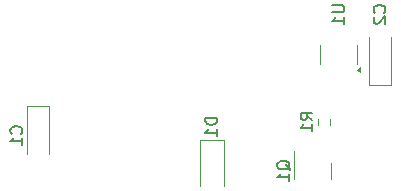
<source format=gbr>
%TF.GenerationSoftware,KiCad,Pcbnew,9.0.1*%
%TF.CreationDate,2025-04-26T14:19:40+02:00*%
%TF.ProjectId,pwr_sply,7077725f-7370-46c7-992e-6b696361645f,rev?*%
%TF.SameCoordinates,Original*%
%TF.FileFunction,Legend,Bot*%
%TF.FilePolarity,Positive*%
%FSLAX46Y46*%
G04 Gerber Fmt 4.6, Leading zero omitted, Abs format (unit mm)*
G04 Created by KiCad (PCBNEW 9.0.1) date 2025-04-26 14:19:40*
%MOMM*%
%LPD*%
G01*
G04 APERTURE LIST*
%ADD10C,0.150000*%
%ADD11C,0.120000*%
G04 APERTURE END LIST*
D10*
X89704819Y-99761905D02*
X88704819Y-99761905D01*
X88704819Y-99761905D02*
X88704819Y-100000000D01*
X88704819Y-100000000D02*
X88752438Y-100142857D01*
X88752438Y-100142857D02*
X88847676Y-100238095D01*
X88847676Y-100238095D02*
X88942914Y-100285714D01*
X88942914Y-100285714D02*
X89133390Y-100333333D01*
X89133390Y-100333333D02*
X89276247Y-100333333D01*
X89276247Y-100333333D02*
X89466723Y-100285714D01*
X89466723Y-100285714D02*
X89561961Y-100238095D01*
X89561961Y-100238095D02*
X89657200Y-100142857D01*
X89657200Y-100142857D02*
X89704819Y-100000000D01*
X89704819Y-100000000D02*
X89704819Y-99761905D01*
X89704819Y-101285714D02*
X89704819Y-100714286D01*
X89704819Y-101000000D02*
X88704819Y-101000000D01*
X88704819Y-101000000D02*
X88847676Y-100904762D01*
X88847676Y-100904762D02*
X88942914Y-100809524D01*
X88942914Y-100809524D02*
X88990533Y-100714286D01*
X103859580Y-90833333D02*
X103907200Y-90785714D01*
X103907200Y-90785714D02*
X103954819Y-90642857D01*
X103954819Y-90642857D02*
X103954819Y-90547619D01*
X103954819Y-90547619D02*
X103907200Y-90404762D01*
X103907200Y-90404762D02*
X103811961Y-90309524D01*
X103811961Y-90309524D02*
X103716723Y-90261905D01*
X103716723Y-90261905D02*
X103526247Y-90214286D01*
X103526247Y-90214286D02*
X103383390Y-90214286D01*
X103383390Y-90214286D02*
X103192914Y-90261905D01*
X103192914Y-90261905D02*
X103097676Y-90309524D01*
X103097676Y-90309524D02*
X103002438Y-90404762D01*
X103002438Y-90404762D02*
X102954819Y-90547619D01*
X102954819Y-90547619D02*
X102954819Y-90642857D01*
X102954819Y-90642857D02*
X103002438Y-90785714D01*
X103002438Y-90785714D02*
X103050057Y-90833333D01*
X103050057Y-91214286D02*
X103002438Y-91261905D01*
X103002438Y-91261905D02*
X102954819Y-91357143D01*
X102954819Y-91357143D02*
X102954819Y-91595238D01*
X102954819Y-91595238D02*
X103002438Y-91690476D01*
X103002438Y-91690476D02*
X103050057Y-91738095D01*
X103050057Y-91738095D02*
X103145295Y-91785714D01*
X103145295Y-91785714D02*
X103240533Y-91785714D01*
X103240533Y-91785714D02*
X103383390Y-91738095D01*
X103383390Y-91738095D02*
X103954819Y-91166667D01*
X103954819Y-91166667D02*
X103954819Y-91785714D01*
X95900057Y-104154761D02*
X95852438Y-104059523D01*
X95852438Y-104059523D02*
X95757200Y-103964285D01*
X95757200Y-103964285D02*
X95614342Y-103821428D01*
X95614342Y-103821428D02*
X95566723Y-103726190D01*
X95566723Y-103726190D02*
X95566723Y-103630952D01*
X95804819Y-103678571D02*
X95757200Y-103583333D01*
X95757200Y-103583333D02*
X95661961Y-103488095D01*
X95661961Y-103488095D02*
X95471485Y-103440476D01*
X95471485Y-103440476D02*
X95138152Y-103440476D01*
X95138152Y-103440476D02*
X94947676Y-103488095D01*
X94947676Y-103488095D02*
X94852438Y-103583333D01*
X94852438Y-103583333D02*
X94804819Y-103678571D01*
X94804819Y-103678571D02*
X94804819Y-103869047D01*
X94804819Y-103869047D02*
X94852438Y-103964285D01*
X94852438Y-103964285D02*
X94947676Y-104059523D01*
X94947676Y-104059523D02*
X95138152Y-104107142D01*
X95138152Y-104107142D02*
X95471485Y-104107142D01*
X95471485Y-104107142D02*
X95661961Y-104059523D01*
X95661961Y-104059523D02*
X95757200Y-103964285D01*
X95757200Y-103964285D02*
X95804819Y-103869047D01*
X95804819Y-103869047D02*
X95804819Y-103678571D01*
X95804819Y-105059523D02*
X95804819Y-104488095D01*
X95804819Y-104773809D02*
X94804819Y-104773809D01*
X94804819Y-104773809D02*
X94947676Y-104678571D01*
X94947676Y-104678571D02*
X95042914Y-104583333D01*
X95042914Y-104583333D02*
X95090533Y-104488095D01*
X97774819Y-99920833D02*
X97298628Y-99587500D01*
X97774819Y-99349405D02*
X96774819Y-99349405D01*
X96774819Y-99349405D02*
X96774819Y-99730357D01*
X96774819Y-99730357D02*
X96822438Y-99825595D01*
X96822438Y-99825595D02*
X96870057Y-99873214D01*
X96870057Y-99873214D02*
X96965295Y-99920833D01*
X96965295Y-99920833D02*
X97108152Y-99920833D01*
X97108152Y-99920833D02*
X97203390Y-99873214D01*
X97203390Y-99873214D02*
X97251009Y-99825595D01*
X97251009Y-99825595D02*
X97298628Y-99730357D01*
X97298628Y-99730357D02*
X97298628Y-99349405D01*
X97774819Y-100873214D02*
X97774819Y-100301786D01*
X97774819Y-100587500D02*
X96774819Y-100587500D01*
X96774819Y-100587500D02*
X96917676Y-100492262D01*
X96917676Y-100492262D02*
X97012914Y-100397024D01*
X97012914Y-100397024D02*
X97060533Y-100301786D01*
X99454819Y-90238095D02*
X100264342Y-90238095D01*
X100264342Y-90238095D02*
X100359580Y-90285714D01*
X100359580Y-90285714D02*
X100407200Y-90333333D01*
X100407200Y-90333333D02*
X100454819Y-90428571D01*
X100454819Y-90428571D02*
X100454819Y-90619047D01*
X100454819Y-90619047D02*
X100407200Y-90714285D01*
X100407200Y-90714285D02*
X100359580Y-90761904D01*
X100359580Y-90761904D02*
X100264342Y-90809523D01*
X100264342Y-90809523D02*
X99454819Y-90809523D01*
X100454819Y-91809523D02*
X100454819Y-91238095D01*
X100454819Y-91523809D02*
X99454819Y-91523809D01*
X99454819Y-91523809D02*
X99597676Y-91428571D01*
X99597676Y-91428571D02*
X99692914Y-91333333D01*
X99692914Y-91333333D02*
X99740533Y-91238095D01*
X73109580Y-101083333D02*
X73157200Y-101035714D01*
X73157200Y-101035714D02*
X73204819Y-100892857D01*
X73204819Y-100892857D02*
X73204819Y-100797619D01*
X73204819Y-100797619D02*
X73157200Y-100654762D01*
X73157200Y-100654762D02*
X73061961Y-100559524D01*
X73061961Y-100559524D02*
X72966723Y-100511905D01*
X72966723Y-100511905D02*
X72776247Y-100464286D01*
X72776247Y-100464286D02*
X72633390Y-100464286D01*
X72633390Y-100464286D02*
X72442914Y-100511905D01*
X72442914Y-100511905D02*
X72347676Y-100559524D01*
X72347676Y-100559524D02*
X72252438Y-100654762D01*
X72252438Y-100654762D02*
X72204819Y-100797619D01*
X72204819Y-100797619D02*
X72204819Y-100892857D01*
X72204819Y-100892857D02*
X72252438Y-101035714D01*
X72252438Y-101035714D02*
X72300057Y-101083333D01*
X73204819Y-102035714D02*
X73204819Y-101464286D01*
X73204819Y-101750000D02*
X72204819Y-101750000D01*
X72204819Y-101750000D02*
X72347676Y-101654762D01*
X72347676Y-101654762D02*
X72442914Y-101559524D01*
X72442914Y-101559524D02*
X72490533Y-101464286D01*
D11*
%TO.C,D1*%
X88250000Y-101600000D02*
X88250000Y-105500000D01*
X88250000Y-101600000D02*
X90250000Y-101600000D01*
X90250000Y-101600000D02*
X90250000Y-105500000D01*
%TO.C,C2*%
X102565000Y-92900000D02*
X102565000Y-96985000D01*
X102565000Y-96985000D02*
X104435000Y-96985000D01*
X104435000Y-96985000D02*
X104435000Y-92900000D01*
%TO.C,Q1*%
X96190000Y-104250000D02*
X96190000Y-102575000D01*
X96190000Y-104250000D02*
X96190000Y-104900000D01*
X99310000Y-104250000D02*
X99310000Y-103600000D01*
X99310000Y-104250000D02*
X99310000Y-104900000D01*
%TO.C,R1*%
X98227500Y-99832776D02*
X98227500Y-100342224D01*
X99272500Y-99832776D02*
X99272500Y-100342224D01*
%TO.C,U1*%
X98440000Y-93562500D02*
X98440000Y-94362500D01*
X98440000Y-95162500D02*
X98440000Y-94362500D01*
X101560000Y-93562500D02*
X101560000Y-94362500D01*
X101560000Y-95162500D02*
X101560000Y-94362500D01*
X101840000Y-95902500D02*
X101510000Y-95662500D01*
X101840000Y-95422500D01*
X101840000Y-95902500D01*
G36*
X101840000Y-95902500D02*
G01*
X101510000Y-95662500D01*
X101840000Y-95422500D01*
X101840000Y-95902500D01*
G37*
%TO.C,C1*%
X73565000Y-98765000D02*
X75435000Y-98765000D01*
X73565000Y-102850000D02*
X73565000Y-98765000D01*
X75435000Y-98765000D02*
X75435000Y-102850000D01*
%TD*%
M02*

</source>
